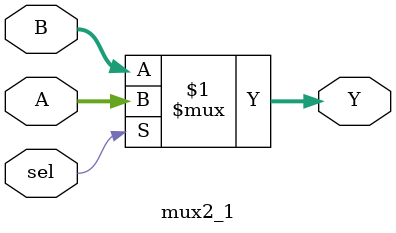
<source format=v>
module mux2_1 (
    input [7:0] A, B,
    input sel,
    output [7:0] Y
);

    assign Y = sel ? A : B;

endmodule
</source>
